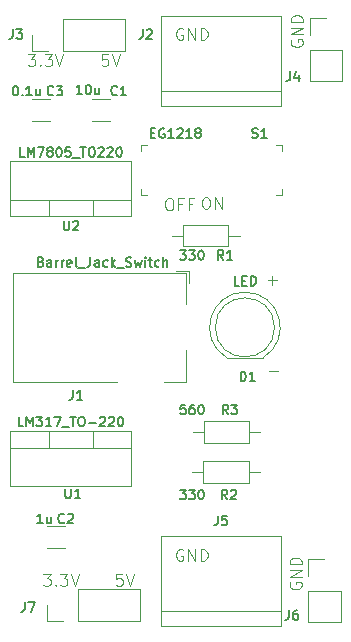
<source format=gbr>
%TF.GenerationSoftware,KiCad,Pcbnew,9.0.2*%
%TF.CreationDate,2025-06-12T21:47:04+05:30*%
%TF.ProjectId,Breadboard power supply,42726561-6462-46f6-9172-6420706f7765,rev?*%
%TF.SameCoordinates,Original*%
%TF.FileFunction,Legend,Top*%
%TF.FilePolarity,Positive*%
%FSLAX46Y46*%
G04 Gerber Fmt 4.6, Leading zero omitted, Abs format (unit mm)*
G04 Created by KiCad (PCBNEW 9.0.2) date 2025-06-12 21:47:04*
%MOMM*%
%LPD*%
G01*
G04 APERTURE LIST*
%ADD10C,0.100000*%
%ADD11C,0.150000*%
%ADD12C,0.120000*%
G04 APERTURE END LIST*
D10*
X145380074Y-65772419D02*
X144903884Y-65772419D01*
X144903884Y-65772419D02*
X144856265Y-66248609D01*
X144856265Y-66248609D02*
X144903884Y-66200990D01*
X144903884Y-66200990D02*
X144999122Y-66153371D01*
X144999122Y-66153371D02*
X145237217Y-66153371D01*
X145237217Y-66153371D02*
X145332455Y-66200990D01*
X145332455Y-66200990D02*
X145380074Y-66248609D01*
X145380074Y-66248609D02*
X145427693Y-66343847D01*
X145427693Y-66343847D02*
X145427693Y-66581942D01*
X145427693Y-66581942D02*
X145380074Y-66677180D01*
X145380074Y-66677180D02*
X145332455Y-66724800D01*
X145332455Y-66724800D02*
X145237217Y-66772419D01*
X145237217Y-66772419D02*
X144999122Y-66772419D01*
X144999122Y-66772419D02*
X144903884Y-66724800D01*
X144903884Y-66724800D02*
X144856265Y-66677180D01*
X145713408Y-65772419D02*
X146046741Y-66772419D01*
X146046741Y-66772419D02*
X146380074Y-65772419D01*
X151727693Y-63620038D02*
X151632455Y-63572419D01*
X151632455Y-63572419D02*
X151489598Y-63572419D01*
X151489598Y-63572419D02*
X151346741Y-63620038D01*
X151346741Y-63620038D02*
X151251503Y-63715276D01*
X151251503Y-63715276D02*
X151203884Y-63810514D01*
X151203884Y-63810514D02*
X151156265Y-64000990D01*
X151156265Y-64000990D02*
X151156265Y-64143847D01*
X151156265Y-64143847D02*
X151203884Y-64334323D01*
X151203884Y-64334323D02*
X151251503Y-64429561D01*
X151251503Y-64429561D02*
X151346741Y-64524800D01*
X151346741Y-64524800D02*
X151489598Y-64572419D01*
X151489598Y-64572419D02*
X151584836Y-64572419D01*
X151584836Y-64572419D02*
X151727693Y-64524800D01*
X151727693Y-64524800D02*
X151775312Y-64477180D01*
X151775312Y-64477180D02*
X151775312Y-64143847D01*
X151775312Y-64143847D02*
X151584836Y-64143847D01*
X152203884Y-64572419D02*
X152203884Y-63572419D01*
X152203884Y-63572419D02*
X152775312Y-64572419D01*
X152775312Y-64572419D02*
X152775312Y-63572419D01*
X153251503Y-64572419D02*
X153251503Y-63572419D01*
X153251503Y-63572419D02*
X153489598Y-63572419D01*
X153489598Y-63572419D02*
X153632455Y-63620038D01*
X153632455Y-63620038D02*
X153727693Y-63715276D01*
X153727693Y-63715276D02*
X153775312Y-63810514D01*
X153775312Y-63810514D02*
X153822931Y-64000990D01*
X153822931Y-64000990D02*
X153822931Y-64143847D01*
X153822931Y-64143847D02*
X153775312Y-64334323D01*
X153775312Y-64334323D02*
X153727693Y-64429561D01*
X153727693Y-64429561D02*
X153632455Y-64524800D01*
X153632455Y-64524800D02*
X153489598Y-64572419D01*
X153489598Y-64572419D02*
X153251503Y-64572419D01*
X139908646Y-109772419D02*
X140527693Y-109772419D01*
X140527693Y-109772419D02*
X140194360Y-110153371D01*
X140194360Y-110153371D02*
X140337217Y-110153371D01*
X140337217Y-110153371D02*
X140432455Y-110200990D01*
X140432455Y-110200990D02*
X140480074Y-110248609D01*
X140480074Y-110248609D02*
X140527693Y-110343847D01*
X140527693Y-110343847D02*
X140527693Y-110581942D01*
X140527693Y-110581942D02*
X140480074Y-110677180D01*
X140480074Y-110677180D02*
X140432455Y-110724800D01*
X140432455Y-110724800D02*
X140337217Y-110772419D01*
X140337217Y-110772419D02*
X140051503Y-110772419D01*
X140051503Y-110772419D02*
X139956265Y-110724800D01*
X139956265Y-110724800D02*
X139908646Y-110677180D01*
X140956265Y-110677180D02*
X141003884Y-110724800D01*
X141003884Y-110724800D02*
X140956265Y-110772419D01*
X140956265Y-110772419D02*
X140908646Y-110724800D01*
X140908646Y-110724800D02*
X140956265Y-110677180D01*
X140956265Y-110677180D02*
X140956265Y-110772419D01*
X141337217Y-109772419D02*
X141956264Y-109772419D01*
X141956264Y-109772419D02*
X141622931Y-110153371D01*
X141622931Y-110153371D02*
X141765788Y-110153371D01*
X141765788Y-110153371D02*
X141861026Y-110200990D01*
X141861026Y-110200990D02*
X141908645Y-110248609D01*
X141908645Y-110248609D02*
X141956264Y-110343847D01*
X141956264Y-110343847D02*
X141956264Y-110581942D01*
X141956264Y-110581942D02*
X141908645Y-110677180D01*
X141908645Y-110677180D02*
X141861026Y-110724800D01*
X141861026Y-110724800D02*
X141765788Y-110772419D01*
X141765788Y-110772419D02*
X141480074Y-110772419D01*
X141480074Y-110772419D02*
X141384836Y-110724800D01*
X141384836Y-110724800D02*
X141337217Y-110677180D01*
X142241979Y-109772419D02*
X142575312Y-110772419D01*
X142575312Y-110772419D02*
X142908645Y-109772419D01*
X138608646Y-65772419D02*
X139227693Y-65772419D01*
X139227693Y-65772419D02*
X138894360Y-66153371D01*
X138894360Y-66153371D02*
X139037217Y-66153371D01*
X139037217Y-66153371D02*
X139132455Y-66200990D01*
X139132455Y-66200990D02*
X139180074Y-66248609D01*
X139180074Y-66248609D02*
X139227693Y-66343847D01*
X139227693Y-66343847D02*
X139227693Y-66581942D01*
X139227693Y-66581942D02*
X139180074Y-66677180D01*
X139180074Y-66677180D02*
X139132455Y-66724800D01*
X139132455Y-66724800D02*
X139037217Y-66772419D01*
X139037217Y-66772419D02*
X138751503Y-66772419D01*
X138751503Y-66772419D02*
X138656265Y-66724800D01*
X138656265Y-66724800D02*
X138608646Y-66677180D01*
X139656265Y-66677180D02*
X139703884Y-66724800D01*
X139703884Y-66724800D02*
X139656265Y-66772419D01*
X139656265Y-66772419D02*
X139608646Y-66724800D01*
X139608646Y-66724800D02*
X139656265Y-66677180D01*
X139656265Y-66677180D02*
X139656265Y-66772419D01*
X140037217Y-65772419D02*
X140656264Y-65772419D01*
X140656264Y-65772419D02*
X140322931Y-66153371D01*
X140322931Y-66153371D02*
X140465788Y-66153371D01*
X140465788Y-66153371D02*
X140561026Y-66200990D01*
X140561026Y-66200990D02*
X140608645Y-66248609D01*
X140608645Y-66248609D02*
X140656264Y-66343847D01*
X140656264Y-66343847D02*
X140656264Y-66581942D01*
X140656264Y-66581942D02*
X140608645Y-66677180D01*
X140608645Y-66677180D02*
X140561026Y-66724800D01*
X140561026Y-66724800D02*
X140465788Y-66772419D01*
X140465788Y-66772419D02*
X140180074Y-66772419D01*
X140180074Y-66772419D02*
X140084836Y-66724800D01*
X140084836Y-66724800D02*
X140037217Y-66677180D01*
X140941979Y-65772419D02*
X141275312Y-66772419D01*
X141275312Y-66772419D02*
X141608645Y-65772419D01*
X150494360Y-77972419D02*
X150684836Y-77972419D01*
X150684836Y-77972419D02*
X150780074Y-78020038D01*
X150780074Y-78020038D02*
X150875312Y-78115276D01*
X150875312Y-78115276D02*
X150922931Y-78305752D01*
X150922931Y-78305752D02*
X150922931Y-78639085D01*
X150922931Y-78639085D02*
X150875312Y-78829561D01*
X150875312Y-78829561D02*
X150780074Y-78924800D01*
X150780074Y-78924800D02*
X150684836Y-78972419D01*
X150684836Y-78972419D02*
X150494360Y-78972419D01*
X150494360Y-78972419D02*
X150399122Y-78924800D01*
X150399122Y-78924800D02*
X150303884Y-78829561D01*
X150303884Y-78829561D02*
X150256265Y-78639085D01*
X150256265Y-78639085D02*
X150256265Y-78305752D01*
X150256265Y-78305752D02*
X150303884Y-78115276D01*
X150303884Y-78115276D02*
X150399122Y-78020038D01*
X150399122Y-78020038D02*
X150494360Y-77972419D01*
X151684836Y-78448609D02*
X151351503Y-78448609D01*
X151351503Y-78972419D02*
X151351503Y-77972419D01*
X151351503Y-77972419D02*
X151827693Y-77972419D01*
X152541979Y-78448609D02*
X152208646Y-78448609D01*
X152208646Y-78972419D02*
X152208646Y-77972419D01*
X152208646Y-77972419D02*
X152684836Y-77972419D01*
X159003884Y-92591466D02*
X159765789Y-92591466D01*
X160920038Y-64572306D02*
X160872419Y-64667544D01*
X160872419Y-64667544D02*
X160872419Y-64810401D01*
X160872419Y-64810401D02*
X160920038Y-64953258D01*
X160920038Y-64953258D02*
X161015276Y-65048496D01*
X161015276Y-65048496D02*
X161110514Y-65096115D01*
X161110514Y-65096115D02*
X161300990Y-65143734D01*
X161300990Y-65143734D02*
X161443847Y-65143734D01*
X161443847Y-65143734D02*
X161634323Y-65096115D01*
X161634323Y-65096115D02*
X161729561Y-65048496D01*
X161729561Y-65048496D02*
X161824800Y-64953258D01*
X161824800Y-64953258D02*
X161872419Y-64810401D01*
X161872419Y-64810401D02*
X161872419Y-64715163D01*
X161872419Y-64715163D02*
X161824800Y-64572306D01*
X161824800Y-64572306D02*
X161777180Y-64524687D01*
X161777180Y-64524687D02*
X161443847Y-64524687D01*
X161443847Y-64524687D02*
X161443847Y-64715163D01*
X161872419Y-64096115D02*
X160872419Y-64096115D01*
X160872419Y-64096115D02*
X161872419Y-63524687D01*
X161872419Y-63524687D02*
X160872419Y-63524687D01*
X161872419Y-63048496D02*
X160872419Y-63048496D01*
X160872419Y-63048496D02*
X160872419Y-62810401D01*
X160872419Y-62810401D02*
X160920038Y-62667544D01*
X160920038Y-62667544D02*
X161015276Y-62572306D01*
X161015276Y-62572306D02*
X161110514Y-62524687D01*
X161110514Y-62524687D02*
X161300990Y-62477068D01*
X161300990Y-62477068D02*
X161443847Y-62477068D01*
X161443847Y-62477068D02*
X161634323Y-62524687D01*
X161634323Y-62524687D02*
X161729561Y-62572306D01*
X161729561Y-62572306D02*
X161824800Y-62667544D01*
X161824800Y-62667544D02*
X161872419Y-62810401D01*
X161872419Y-62810401D02*
X161872419Y-63048496D01*
X153594360Y-77872419D02*
X153784836Y-77872419D01*
X153784836Y-77872419D02*
X153880074Y-77920038D01*
X153880074Y-77920038D02*
X153975312Y-78015276D01*
X153975312Y-78015276D02*
X154022931Y-78205752D01*
X154022931Y-78205752D02*
X154022931Y-78539085D01*
X154022931Y-78539085D02*
X153975312Y-78729561D01*
X153975312Y-78729561D02*
X153880074Y-78824800D01*
X153880074Y-78824800D02*
X153784836Y-78872419D01*
X153784836Y-78872419D02*
X153594360Y-78872419D01*
X153594360Y-78872419D02*
X153499122Y-78824800D01*
X153499122Y-78824800D02*
X153403884Y-78729561D01*
X153403884Y-78729561D02*
X153356265Y-78539085D01*
X153356265Y-78539085D02*
X153356265Y-78205752D01*
X153356265Y-78205752D02*
X153403884Y-78015276D01*
X153403884Y-78015276D02*
X153499122Y-77920038D01*
X153499122Y-77920038D02*
X153594360Y-77872419D01*
X154451503Y-78872419D02*
X154451503Y-77872419D01*
X154451503Y-77872419D02*
X155022931Y-78872419D01*
X155022931Y-78872419D02*
X155022931Y-77872419D01*
X146580074Y-109772419D02*
X146103884Y-109772419D01*
X146103884Y-109772419D02*
X146056265Y-110248609D01*
X146056265Y-110248609D02*
X146103884Y-110200990D01*
X146103884Y-110200990D02*
X146199122Y-110153371D01*
X146199122Y-110153371D02*
X146437217Y-110153371D01*
X146437217Y-110153371D02*
X146532455Y-110200990D01*
X146532455Y-110200990D02*
X146580074Y-110248609D01*
X146580074Y-110248609D02*
X146627693Y-110343847D01*
X146627693Y-110343847D02*
X146627693Y-110581942D01*
X146627693Y-110581942D02*
X146580074Y-110677180D01*
X146580074Y-110677180D02*
X146532455Y-110724800D01*
X146532455Y-110724800D02*
X146437217Y-110772419D01*
X146437217Y-110772419D02*
X146199122Y-110772419D01*
X146199122Y-110772419D02*
X146103884Y-110724800D01*
X146103884Y-110724800D02*
X146056265Y-110677180D01*
X146913408Y-109772419D02*
X147246741Y-110772419D01*
X147246741Y-110772419D02*
X147580074Y-109772419D01*
X158903884Y-84891466D02*
X159665789Y-84891466D01*
X159284836Y-85272419D02*
X159284836Y-84510514D01*
X151727693Y-107720038D02*
X151632455Y-107672419D01*
X151632455Y-107672419D02*
X151489598Y-107672419D01*
X151489598Y-107672419D02*
X151346741Y-107720038D01*
X151346741Y-107720038D02*
X151251503Y-107815276D01*
X151251503Y-107815276D02*
X151203884Y-107910514D01*
X151203884Y-107910514D02*
X151156265Y-108100990D01*
X151156265Y-108100990D02*
X151156265Y-108243847D01*
X151156265Y-108243847D02*
X151203884Y-108434323D01*
X151203884Y-108434323D02*
X151251503Y-108529561D01*
X151251503Y-108529561D02*
X151346741Y-108624800D01*
X151346741Y-108624800D02*
X151489598Y-108672419D01*
X151489598Y-108672419D02*
X151584836Y-108672419D01*
X151584836Y-108672419D02*
X151727693Y-108624800D01*
X151727693Y-108624800D02*
X151775312Y-108577180D01*
X151775312Y-108577180D02*
X151775312Y-108243847D01*
X151775312Y-108243847D02*
X151584836Y-108243847D01*
X152203884Y-108672419D02*
X152203884Y-107672419D01*
X152203884Y-107672419D02*
X152775312Y-108672419D01*
X152775312Y-108672419D02*
X152775312Y-107672419D01*
X153251503Y-108672419D02*
X153251503Y-107672419D01*
X153251503Y-107672419D02*
X153489598Y-107672419D01*
X153489598Y-107672419D02*
X153632455Y-107720038D01*
X153632455Y-107720038D02*
X153727693Y-107815276D01*
X153727693Y-107815276D02*
X153775312Y-107910514D01*
X153775312Y-107910514D02*
X153822931Y-108100990D01*
X153822931Y-108100990D02*
X153822931Y-108243847D01*
X153822931Y-108243847D02*
X153775312Y-108434323D01*
X153775312Y-108434323D02*
X153727693Y-108529561D01*
X153727693Y-108529561D02*
X153632455Y-108624800D01*
X153632455Y-108624800D02*
X153489598Y-108672419D01*
X153489598Y-108672419D02*
X153251503Y-108672419D01*
X160820038Y-110496855D02*
X160772419Y-110592093D01*
X160772419Y-110592093D02*
X160772419Y-110734950D01*
X160772419Y-110734950D02*
X160820038Y-110877807D01*
X160820038Y-110877807D02*
X160915276Y-110973045D01*
X160915276Y-110973045D02*
X161010514Y-111020664D01*
X161010514Y-111020664D02*
X161200990Y-111068283D01*
X161200990Y-111068283D02*
X161343847Y-111068283D01*
X161343847Y-111068283D02*
X161534323Y-111020664D01*
X161534323Y-111020664D02*
X161629561Y-110973045D01*
X161629561Y-110973045D02*
X161724800Y-110877807D01*
X161724800Y-110877807D02*
X161772419Y-110734950D01*
X161772419Y-110734950D02*
X161772419Y-110639712D01*
X161772419Y-110639712D02*
X161724800Y-110496855D01*
X161724800Y-110496855D02*
X161677180Y-110449236D01*
X161677180Y-110449236D02*
X161343847Y-110449236D01*
X161343847Y-110449236D02*
X161343847Y-110639712D01*
X161772419Y-110020664D02*
X160772419Y-110020664D01*
X160772419Y-110020664D02*
X161772419Y-109449236D01*
X161772419Y-109449236D02*
X160772419Y-109449236D01*
X161772419Y-108973045D02*
X160772419Y-108973045D01*
X160772419Y-108973045D02*
X160772419Y-108734950D01*
X160772419Y-108734950D02*
X160820038Y-108592093D01*
X160820038Y-108592093D02*
X160915276Y-108496855D01*
X160915276Y-108496855D02*
X161010514Y-108449236D01*
X161010514Y-108449236D02*
X161200990Y-108401617D01*
X161200990Y-108401617D02*
X161343847Y-108401617D01*
X161343847Y-108401617D02*
X161534323Y-108449236D01*
X161534323Y-108449236D02*
X161629561Y-108496855D01*
X161629561Y-108496855D02*
X161724800Y-108592093D01*
X161724800Y-108592093D02*
X161772419Y-108734950D01*
X161772419Y-108734950D02*
X161772419Y-108973045D01*
D11*
X160800382Y-67237746D02*
X160800382Y-67809174D01*
X160800382Y-67809174D02*
X160762287Y-67923460D01*
X160762287Y-67923460D02*
X160686096Y-67999651D01*
X160686096Y-67999651D02*
X160571811Y-68037746D01*
X160571811Y-68037746D02*
X160495620Y-68037746D01*
X161524192Y-67504412D02*
X161524192Y-68037746D01*
X161333716Y-67199651D02*
X161143239Y-67771079D01*
X161143239Y-67771079D02*
X161638478Y-67771079D01*
X157590475Y-72824200D02*
X157704761Y-72862295D01*
X157704761Y-72862295D02*
X157895237Y-72862295D01*
X157895237Y-72862295D02*
X157971428Y-72824200D01*
X157971428Y-72824200D02*
X158009523Y-72786104D01*
X158009523Y-72786104D02*
X158047618Y-72709914D01*
X158047618Y-72709914D02*
X158047618Y-72633723D01*
X158047618Y-72633723D02*
X158009523Y-72557533D01*
X158009523Y-72557533D02*
X157971428Y-72519438D01*
X157971428Y-72519438D02*
X157895237Y-72481342D01*
X157895237Y-72481342D02*
X157742856Y-72443247D01*
X157742856Y-72443247D02*
X157666666Y-72405152D01*
X157666666Y-72405152D02*
X157628571Y-72367057D01*
X157628571Y-72367057D02*
X157590475Y-72290866D01*
X157590475Y-72290866D02*
X157590475Y-72214676D01*
X157590475Y-72214676D02*
X157628571Y-72138485D01*
X157628571Y-72138485D02*
X157666666Y-72100390D01*
X157666666Y-72100390D02*
X157742856Y-72062295D01*
X157742856Y-72062295D02*
X157933333Y-72062295D01*
X157933333Y-72062295D02*
X158047618Y-72100390D01*
X158809523Y-72862295D02*
X158352380Y-72862295D01*
X158580952Y-72862295D02*
X158580952Y-72062295D01*
X158580952Y-72062295D02*
X158504761Y-72176580D01*
X158504761Y-72176580D02*
X158428571Y-72252771D01*
X158428571Y-72252771D02*
X158352380Y-72290866D01*
X149004761Y-72443247D02*
X149271427Y-72443247D01*
X149385713Y-72862295D02*
X149004761Y-72862295D01*
X149004761Y-72862295D02*
X149004761Y-72062295D01*
X149004761Y-72062295D02*
X149385713Y-72062295D01*
X150147618Y-72100390D02*
X150071428Y-72062295D01*
X150071428Y-72062295D02*
X149957142Y-72062295D01*
X149957142Y-72062295D02*
X149842856Y-72100390D01*
X149842856Y-72100390D02*
X149766666Y-72176580D01*
X149766666Y-72176580D02*
X149728571Y-72252771D01*
X149728571Y-72252771D02*
X149690475Y-72405152D01*
X149690475Y-72405152D02*
X149690475Y-72519438D01*
X149690475Y-72519438D02*
X149728571Y-72671819D01*
X149728571Y-72671819D02*
X149766666Y-72748009D01*
X149766666Y-72748009D02*
X149842856Y-72824200D01*
X149842856Y-72824200D02*
X149957142Y-72862295D01*
X149957142Y-72862295D02*
X150033333Y-72862295D01*
X150033333Y-72862295D02*
X150147618Y-72824200D01*
X150147618Y-72824200D02*
X150185714Y-72786104D01*
X150185714Y-72786104D02*
X150185714Y-72519438D01*
X150185714Y-72519438D02*
X150033333Y-72519438D01*
X150947618Y-72862295D02*
X150490475Y-72862295D01*
X150719047Y-72862295D02*
X150719047Y-72062295D01*
X150719047Y-72062295D02*
X150642856Y-72176580D01*
X150642856Y-72176580D02*
X150566666Y-72252771D01*
X150566666Y-72252771D02*
X150490475Y-72290866D01*
X151252380Y-72138485D02*
X151290476Y-72100390D01*
X151290476Y-72100390D02*
X151366666Y-72062295D01*
X151366666Y-72062295D02*
X151557142Y-72062295D01*
X151557142Y-72062295D02*
X151633333Y-72100390D01*
X151633333Y-72100390D02*
X151671428Y-72138485D01*
X151671428Y-72138485D02*
X151709523Y-72214676D01*
X151709523Y-72214676D02*
X151709523Y-72290866D01*
X151709523Y-72290866D02*
X151671428Y-72405152D01*
X151671428Y-72405152D02*
X151214285Y-72862295D01*
X151214285Y-72862295D02*
X151709523Y-72862295D01*
X152471428Y-72862295D02*
X152014285Y-72862295D01*
X152242857Y-72862295D02*
X152242857Y-72062295D01*
X152242857Y-72062295D02*
X152166666Y-72176580D01*
X152166666Y-72176580D02*
X152090476Y-72252771D01*
X152090476Y-72252771D02*
X152014285Y-72290866D01*
X152928571Y-72405152D02*
X152852381Y-72367057D01*
X152852381Y-72367057D02*
X152814286Y-72328961D01*
X152814286Y-72328961D02*
X152776190Y-72252771D01*
X152776190Y-72252771D02*
X152776190Y-72214676D01*
X152776190Y-72214676D02*
X152814286Y-72138485D01*
X152814286Y-72138485D02*
X152852381Y-72100390D01*
X152852381Y-72100390D02*
X152928571Y-72062295D01*
X152928571Y-72062295D02*
X153080952Y-72062295D01*
X153080952Y-72062295D02*
X153157143Y-72100390D01*
X153157143Y-72100390D02*
X153195238Y-72138485D01*
X153195238Y-72138485D02*
X153233333Y-72214676D01*
X153233333Y-72214676D02*
X153233333Y-72252771D01*
X153233333Y-72252771D02*
X153195238Y-72328961D01*
X153195238Y-72328961D02*
X153157143Y-72367057D01*
X153157143Y-72367057D02*
X153080952Y-72405152D01*
X153080952Y-72405152D02*
X152928571Y-72405152D01*
X152928571Y-72405152D02*
X152852381Y-72443247D01*
X152852381Y-72443247D02*
X152814286Y-72481342D01*
X152814286Y-72481342D02*
X152776190Y-72557533D01*
X152776190Y-72557533D02*
X152776190Y-72709914D01*
X152776190Y-72709914D02*
X152814286Y-72786104D01*
X152814286Y-72786104D02*
X152852381Y-72824200D01*
X152852381Y-72824200D02*
X152928571Y-72862295D01*
X152928571Y-72862295D02*
X153080952Y-72862295D01*
X153080952Y-72862295D02*
X153157143Y-72824200D01*
X153157143Y-72824200D02*
X153195238Y-72786104D01*
X153195238Y-72786104D02*
X153233333Y-72709914D01*
X153233333Y-72709914D02*
X153233333Y-72557533D01*
X153233333Y-72557533D02*
X153195238Y-72481342D01*
X153195238Y-72481342D02*
X153157143Y-72443247D01*
X153157143Y-72443247D02*
X153080952Y-72405152D01*
X154673333Y-104856844D02*
X154673333Y-105428272D01*
X154673333Y-105428272D02*
X154635238Y-105542558D01*
X154635238Y-105542558D02*
X154559047Y-105618749D01*
X154559047Y-105618749D02*
X154444762Y-105656844D01*
X154444762Y-105656844D02*
X154368571Y-105656844D01*
X155435238Y-104856844D02*
X155054286Y-104856844D01*
X155054286Y-104856844D02*
X155016190Y-105237796D01*
X155016190Y-105237796D02*
X155054286Y-105199701D01*
X155054286Y-105199701D02*
X155130476Y-105161606D01*
X155130476Y-105161606D02*
X155320952Y-105161606D01*
X155320952Y-105161606D02*
X155397143Y-105199701D01*
X155397143Y-105199701D02*
X155435238Y-105237796D01*
X155435238Y-105237796D02*
X155473333Y-105313987D01*
X155473333Y-105313987D02*
X155473333Y-105504463D01*
X155473333Y-105504463D02*
X155435238Y-105580653D01*
X155435238Y-105580653D02*
X155397143Y-105618749D01*
X155397143Y-105618749D02*
X155320952Y-105656844D01*
X155320952Y-105656844D02*
X155130476Y-105656844D01*
X155130476Y-105656844D02*
X155054286Y-105618749D01*
X155054286Y-105618749D02*
X155016190Y-105580653D01*
X141630476Y-79862295D02*
X141630476Y-80509914D01*
X141630476Y-80509914D02*
X141668571Y-80586104D01*
X141668571Y-80586104D02*
X141706666Y-80624200D01*
X141706666Y-80624200D02*
X141782857Y-80662295D01*
X141782857Y-80662295D02*
X141935238Y-80662295D01*
X141935238Y-80662295D02*
X142011428Y-80624200D01*
X142011428Y-80624200D02*
X142049523Y-80586104D01*
X142049523Y-80586104D02*
X142087619Y-80509914D01*
X142087619Y-80509914D02*
X142087619Y-79862295D01*
X142430475Y-79938485D02*
X142468571Y-79900390D01*
X142468571Y-79900390D02*
X142544761Y-79862295D01*
X142544761Y-79862295D02*
X142735237Y-79862295D01*
X142735237Y-79862295D02*
X142811428Y-79900390D01*
X142811428Y-79900390D02*
X142849523Y-79938485D01*
X142849523Y-79938485D02*
X142887618Y-80014676D01*
X142887618Y-80014676D02*
X142887618Y-80090866D01*
X142887618Y-80090866D02*
X142849523Y-80205152D01*
X142849523Y-80205152D02*
X142392380Y-80662295D01*
X142392380Y-80662295D02*
X142887618Y-80662295D01*
X138335237Y-74462295D02*
X137954285Y-74462295D01*
X137954285Y-74462295D02*
X137954285Y-73662295D01*
X138601904Y-74462295D02*
X138601904Y-73662295D01*
X138601904Y-73662295D02*
X138868570Y-74233723D01*
X138868570Y-74233723D02*
X139135237Y-73662295D01*
X139135237Y-73662295D02*
X139135237Y-74462295D01*
X139439999Y-73662295D02*
X139973333Y-73662295D01*
X139973333Y-73662295D02*
X139630475Y-74462295D01*
X140392380Y-74005152D02*
X140316190Y-73967057D01*
X140316190Y-73967057D02*
X140278095Y-73928961D01*
X140278095Y-73928961D02*
X140239999Y-73852771D01*
X140239999Y-73852771D02*
X140239999Y-73814676D01*
X140239999Y-73814676D02*
X140278095Y-73738485D01*
X140278095Y-73738485D02*
X140316190Y-73700390D01*
X140316190Y-73700390D02*
X140392380Y-73662295D01*
X140392380Y-73662295D02*
X140544761Y-73662295D01*
X140544761Y-73662295D02*
X140620952Y-73700390D01*
X140620952Y-73700390D02*
X140659047Y-73738485D01*
X140659047Y-73738485D02*
X140697142Y-73814676D01*
X140697142Y-73814676D02*
X140697142Y-73852771D01*
X140697142Y-73852771D02*
X140659047Y-73928961D01*
X140659047Y-73928961D02*
X140620952Y-73967057D01*
X140620952Y-73967057D02*
X140544761Y-74005152D01*
X140544761Y-74005152D02*
X140392380Y-74005152D01*
X140392380Y-74005152D02*
X140316190Y-74043247D01*
X140316190Y-74043247D02*
X140278095Y-74081342D01*
X140278095Y-74081342D02*
X140239999Y-74157533D01*
X140239999Y-74157533D02*
X140239999Y-74309914D01*
X140239999Y-74309914D02*
X140278095Y-74386104D01*
X140278095Y-74386104D02*
X140316190Y-74424200D01*
X140316190Y-74424200D02*
X140392380Y-74462295D01*
X140392380Y-74462295D02*
X140544761Y-74462295D01*
X140544761Y-74462295D02*
X140620952Y-74424200D01*
X140620952Y-74424200D02*
X140659047Y-74386104D01*
X140659047Y-74386104D02*
X140697142Y-74309914D01*
X140697142Y-74309914D02*
X140697142Y-74157533D01*
X140697142Y-74157533D02*
X140659047Y-74081342D01*
X140659047Y-74081342D02*
X140620952Y-74043247D01*
X140620952Y-74043247D02*
X140544761Y-74005152D01*
X141192381Y-73662295D02*
X141268571Y-73662295D01*
X141268571Y-73662295D02*
X141344762Y-73700390D01*
X141344762Y-73700390D02*
X141382857Y-73738485D01*
X141382857Y-73738485D02*
X141420952Y-73814676D01*
X141420952Y-73814676D02*
X141459047Y-73967057D01*
X141459047Y-73967057D02*
X141459047Y-74157533D01*
X141459047Y-74157533D02*
X141420952Y-74309914D01*
X141420952Y-74309914D02*
X141382857Y-74386104D01*
X141382857Y-74386104D02*
X141344762Y-74424200D01*
X141344762Y-74424200D02*
X141268571Y-74462295D01*
X141268571Y-74462295D02*
X141192381Y-74462295D01*
X141192381Y-74462295D02*
X141116190Y-74424200D01*
X141116190Y-74424200D02*
X141078095Y-74386104D01*
X141078095Y-74386104D02*
X141040000Y-74309914D01*
X141040000Y-74309914D02*
X141001904Y-74157533D01*
X141001904Y-74157533D02*
X141001904Y-73967057D01*
X141001904Y-73967057D02*
X141040000Y-73814676D01*
X141040000Y-73814676D02*
X141078095Y-73738485D01*
X141078095Y-73738485D02*
X141116190Y-73700390D01*
X141116190Y-73700390D02*
X141192381Y-73662295D01*
X142182857Y-73662295D02*
X141801905Y-73662295D01*
X141801905Y-73662295D02*
X141763809Y-74043247D01*
X141763809Y-74043247D02*
X141801905Y-74005152D01*
X141801905Y-74005152D02*
X141878095Y-73967057D01*
X141878095Y-73967057D02*
X142068571Y-73967057D01*
X142068571Y-73967057D02*
X142144762Y-74005152D01*
X142144762Y-74005152D02*
X142182857Y-74043247D01*
X142182857Y-74043247D02*
X142220952Y-74119438D01*
X142220952Y-74119438D02*
X142220952Y-74309914D01*
X142220952Y-74309914D02*
X142182857Y-74386104D01*
X142182857Y-74386104D02*
X142144762Y-74424200D01*
X142144762Y-74424200D02*
X142068571Y-74462295D01*
X142068571Y-74462295D02*
X141878095Y-74462295D01*
X141878095Y-74462295D02*
X141801905Y-74424200D01*
X141801905Y-74424200D02*
X141763809Y-74386104D01*
X142373334Y-74538485D02*
X142982857Y-74538485D01*
X143059048Y-73662295D02*
X143516191Y-73662295D01*
X143287619Y-74462295D02*
X143287619Y-73662295D01*
X143935239Y-73662295D02*
X144087620Y-73662295D01*
X144087620Y-73662295D02*
X144163810Y-73700390D01*
X144163810Y-73700390D02*
X144240001Y-73776580D01*
X144240001Y-73776580D02*
X144278096Y-73928961D01*
X144278096Y-73928961D02*
X144278096Y-74195628D01*
X144278096Y-74195628D02*
X144240001Y-74348009D01*
X144240001Y-74348009D02*
X144163810Y-74424200D01*
X144163810Y-74424200D02*
X144087620Y-74462295D01*
X144087620Y-74462295D02*
X143935239Y-74462295D01*
X143935239Y-74462295D02*
X143859048Y-74424200D01*
X143859048Y-74424200D02*
X143782858Y-74348009D01*
X143782858Y-74348009D02*
X143744762Y-74195628D01*
X143744762Y-74195628D02*
X143744762Y-73928961D01*
X143744762Y-73928961D02*
X143782858Y-73776580D01*
X143782858Y-73776580D02*
X143859048Y-73700390D01*
X143859048Y-73700390D02*
X143935239Y-73662295D01*
X144582857Y-73738485D02*
X144620953Y-73700390D01*
X144620953Y-73700390D02*
X144697143Y-73662295D01*
X144697143Y-73662295D02*
X144887619Y-73662295D01*
X144887619Y-73662295D02*
X144963810Y-73700390D01*
X144963810Y-73700390D02*
X145001905Y-73738485D01*
X145001905Y-73738485D02*
X145040000Y-73814676D01*
X145040000Y-73814676D02*
X145040000Y-73890866D01*
X145040000Y-73890866D02*
X145001905Y-74005152D01*
X145001905Y-74005152D02*
X144544762Y-74462295D01*
X144544762Y-74462295D02*
X145040000Y-74462295D01*
X145344762Y-73738485D02*
X145382858Y-73700390D01*
X145382858Y-73700390D02*
X145459048Y-73662295D01*
X145459048Y-73662295D02*
X145649524Y-73662295D01*
X145649524Y-73662295D02*
X145725715Y-73700390D01*
X145725715Y-73700390D02*
X145763810Y-73738485D01*
X145763810Y-73738485D02*
X145801905Y-73814676D01*
X145801905Y-73814676D02*
X145801905Y-73890866D01*
X145801905Y-73890866D02*
X145763810Y-74005152D01*
X145763810Y-74005152D02*
X145306667Y-74462295D01*
X145306667Y-74462295D02*
X145801905Y-74462295D01*
X146297144Y-73662295D02*
X146373334Y-73662295D01*
X146373334Y-73662295D02*
X146449525Y-73700390D01*
X146449525Y-73700390D02*
X146487620Y-73738485D01*
X146487620Y-73738485D02*
X146525715Y-73814676D01*
X146525715Y-73814676D02*
X146563810Y-73967057D01*
X146563810Y-73967057D02*
X146563810Y-74157533D01*
X146563810Y-74157533D02*
X146525715Y-74309914D01*
X146525715Y-74309914D02*
X146487620Y-74386104D01*
X146487620Y-74386104D02*
X146449525Y-74424200D01*
X146449525Y-74424200D02*
X146373334Y-74462295D01*
X146373334Y-74462295D02*
X146297144Y-74462295D01*
X146297144Y-74462295D02*
X146220953Y-74424200D01*
X146220953Y-74424200D02*
X146182858Y-74386104D01*
X146182858Y-74386104D02*
X146144763Y-74309914D01*
X146144763Y-74309914D02*
X146106667Y-74157533D01*
X146106667Y-74157533D02*
X146106667Y-73967057D01*
X146106667Y-73967057D02*
X146144763Y-73814676D01*
X146144763Y-73814676D02*
X146182858Y-73738485D01*
X146182858Y-73738485D02*
X146220953Y-73700390D01*
X146220953Y-73700390D02*
X146297144Y-73662295D01*
X141666667Y-105386104D02*
X141628571Y-105424200D01*
X141628571Y-105424200D02*
X141514286Y-105462295D01*
X141514286Y-105462295D02*
X141438095Y-105462295D01*
X141438095Y-105462295D02*
X141323809Y-105424200D01*
X141323809Y-105424200D02*
X141247619Y-105348009D01*
X141247619Y-105348009D02*
X141209524Y-105271819D01*
X141209524Y-105271819D02*
X141171428Y-105119438D01*
X141171428Y-105119438D02*
X141171428Y-105005152D01*
X141171428Y-105005152D02*
X141209524Y-104852771D01*
X141209524Y-104852771D02*
X141247619Y-104776580D01*
X141247619Y-104776580D02*
X141323809Y-104700390D01*
X141323809Y-104700390D02*
X141438095Y-104662295D01*
X141438095Y-104662295D02*
X141514286Y-104662295D01*
X141514286Y-104662295D02*
X141628571Y-104700390D01*
X141628571Y-104700390D02*
X141666667Y-104738485D01*
X141971428Y-104738485D02*
X142009524Y-104700390D01*
X142009524Y-104700390D02*
X142085714Y-104662295D01*
X142085714Y-104662295D02*
X142276190Y-104662295D01*
X142276190Y-104662295D02*
X142352381Y-104700390D01*
X142352381Y-104700390D02*
X142390476Y-104738485D01*
X142390476Y-104738485D02*
X142428571Y-104814676D01*
X142428571Y-104814676D02*
X142428571Y-104890866D01*
X142428571Y-104890866D02*
X142390476Y-105005152D01*
X142390476Y-105005152D02*
X141933333Y-105462295D01*
X141933333Y-105462295D02*
X142428571Y-105462295D01*
X139866666Y-105462295D02*
X139409523Y-105462295D01*
X139638095Y-105462295D02*
X139638095Y-104662295D01*
X139638095Y-104662295D02*
X139561904Y-104776580D01*
X139561904Y-104776580D02*
X139485714Y-104852771D01*
X139485714Y-104852771D02*
X139409523Y-104890866D01*
X140552381Y-104928961D02*
X140552381Y-105462295D01*
X140209524Y-104928961D02*
X140209524Y-105348009D01*
X140209524Y-105348009D02*
X140247619Y-105424200D01*
X140247619Y-105424200D02*
X140323809Y-105462295D01*
X140323809Y-105462295D02*
X140438095Y-105462295D01*
X140438095Y-105462295D02*
X140514286Y-105424200D01*
X140514286Y-105424200D02*
X140552381Y-105386104D01*
X146166667Y-69186104D02*
X146128571Y-69224200D01*
X146128571Y-69224200D02*
X146014286Y-69262295D01*
X146014286Y-69262295D02*
X145938095Y-69262295D01*
X145938095Y-69262295D02*
X145823809Y-69224200D01*
X145823809Y-69224200D02*
X145747619Y-69148009D01*
X145747619Y-69148009D02*
X145709524Y-69071819D01*
X145709524Y-69071819D02*
X145671428Y-68919438D01*
X145671428Y-68919438D02*
X145671428Y-68805152D01*
X145671428Y-68805152D02*
X145709524Y-68652771D01*
X145709524Y-68652771D02*
X145747619Y-68576580D01*
X145747619Y-68576580D02*
X145823809Y-68500390D01*
X145823809Y-68500390D02*
X145938095Y-68462295D01*
X145938095Y-68462295D02*
X146014286Y-68462295D01*
X146014286Y-68462295D02*
X146128571Y-68500390D01*
X146128571Y-68500390D02*
X146166667Y-68538485D01*
X146928571Y-69262295D02*
X146471428Y-69262295D01*
X146700000Y-69262295D02*
X146700000Y-68462295D01*
X146700000Y-68462295D02*
X146623809Y-68576580D01*
X146623809Y-68576580D02*
X146547619Y-68652771D01*
X146547619Y-68652771D02*
X146471428Y-68690866D01*
X143185713Y-69162295D02*
X142728570Y-69162295D01*
X142957142Y-69162295D02*
X142957142Y-68362295D01*
X142957142Y-68362295D02*
X142880951Y-68476580D01*
X142880951Y-68476580D02*
X142804761Y-68552771D01*
X142804761Y-68552771D02*
X142728570Y-68590866D01*
X143680952Y-68362295D02*
X143757142Y-68362295D01*
X143757142Y-68362295D02*
X143833333Y-68400390D01*
X143833333Y-68400390D02*
X143871428Y-68438485D01*
X143871428Y-68438485D02*
X143909523Y-68514676D01*
X143909523Y-68514676D02*
X143947618Y-68667057D01*
X143947618Y-68667057D02*
X143947618Y-68857533D01*
X143947618Y-68857533D02*
X143909523Y-69009914D01*
X143909523Y-69009914D02*
X143871428Y-69086104D01*
X143871428Y-69086104D02*
X143833333Y-69124200D01*
X143833333Y-69124200D02*
X143757142Y-69162295D01*
X143757142Y-69162295D02*
X143680952Y-69162295D01*
X143680952Y-69162295D02*
X143604761Y-69124200D01*
X143604761Y-69124200D02*
X143566666Y-69086104D01*
X143566666Y-69086104D02*
X143528571Y-69009914D01*
X143528571Y-69009914D02*
X143490475Y-68857533D01*
X143490475Y-68857533D02*
X143490475Y-68667057D01*
X143490475Y-68667057D02*
X143528571Y-68514676D01*
X143528571Y-68514676D02*
X143566666Y-68438485D01*
X143566666Y-68438485D02*
X143604761Y-68400390D01*
X143604761Y-68400390D02*
X143680952Y-68362295D01*
X144633333Y-68628961D02*
X144633333Y-69162295D01*
X144290476Y-68628961D02*
X144290476Y-69048009D01*
X144290476Y-69048009D02*
X144328571Y-69124200D01*
X144328571Y-69124200D02*
X144404761Y-69162295D01*
X144404761Y-69162295D02*
X144519047Y-69162295D01*
X144519047Y-69162295D02*
X144595238Y-69124200D01*
X144595238Y-69124200D02*
X144633333Y-69086104D01*
X155466667Y-103462295D02*
X155200000Y-103081342D01*
X155009524Y-103462295D02*
X155009524Y-102662295D01*
X155009524Y-102662295D02*
X155314286Y-102662295D01*
X155314286Y-102662295D02*
X155390476Y-102700390D01*
X155390476Y-102700390D02*
X155428571Y-102738485D01*
X155428571Y-102738485D02*
X155466667Y-102814676D01*
X155466667Y-102814676D02*
X155466667Y-102928961D01*
X155466667Y-102928961D02*
X155428571Y-103005152D01*
X155428571Y-103005152D02*
X155390476Y-103043247D01*
X155390476Y-103043247D02*
X155314286Y-103081342D01*
X155314286Y-103081342D02*
X155009524Y-103081342D01*
X155771428Y-102738485D02*
X155809524Y-102700390D01*
X155809524Y-102700390D02*
X155885714Y-102662295D01*
X155885714Y-102662295D02*
X156076190Y-102662295D01*
X156076190Y-102662295D02*
X156152381Y-102700390D01*
X156152381Y-102700390D02*
X156190476Y-102738485D01*
X156190476Y-102738485D02*
X156228571Y-102814676D01*
X156228571Y-102814676D02*
X156228571Y-102890866D01*
X156228571Y-102890866D02*
X156190476Y-103005152D01*
X156190476Y-103005152D02*
X155733333Y-103462295D01*
X155733333Y-103462295D02*
X156228571Y-103462295D01*
X151471428Y-102662295D02*
X151966666Y-102662295D01*
X151966666Y-102662295D02*
X151700000Y-102967057D01*
X151700000Y-102967057D02*
X151814285Y-102967057D01*
X151814285Y-102967057D02*
X151890476Y-103005152D01*
X151890476Y-103005152D02*
X151928571Y-103043247D01*
X151928571Y-103043247D02*
X151966666Y-103119438D01*
X151966666Y-103119438D02*
X151966666Y-103309914D01*
X151966666Y-103309914D02*
X151928571Y-103386104D01*
X151928571Y-103386104D02*
X151890476Y-103424200D01*
X151890476Y-103424200D02*
X151814285Y-103462295D01*
X151814285Y-103462295D02*
X151585714Y-103462295D01*
X151585714Y-103462295D02*
X151509523Y-103424200D01*
X151509523Y-103424200D02*
X151471428Y-103386104D01*
X152233333Y-102662295D02*
X152728571Y-102662295D01*
X152728571Y-102662295D02*
X152461905Y-102967057D01*
X152461905Y-102967057D02*
X152576190Y-102967057D01*
X152576190Y-102967057D02*
X152652381Y-103005152D01*
X152652381Y-103005152D02*
X152690476Y-103043247D01*
X152690476Y-103043247D02*
X152728571Y-103119438D01*
X152728571Y-103119438D02*
X152728571Y-103309914D01*
X152728571Y-103309914D02*
X152690476Y-103386104D01*
X152690476Y-103386104D02*
X152652381Y-103424200D01*
X152652381Y-103424200D02*
X152576190Y-103462295D01*
X152576190Y-103462295D02*
X152347619Y-103462295D01*
X152347619Y-103462295D02*
X152271428Y-103424200D01*
X152271428Y-103424200D02*
X152233333Y-103386104D01*
X153223810Y-102662295D02*
X153300000Y-102662295D01*
X153300000Y-102662295D02*
X153376191Y-102700390D01*
X153376191Y-102700390D02*
X153414286Y-102738485D01*
X153414286Y-102738485D02*
X153452381Y-102814676D01*
X153452381Y-102814676D02*
X153490476Y-102967057D01*
X153490476Y-102967057D02*
X153490476Y-103157533D01*
X153490476Y-103157533D02*
X153452381Y-103309914D01*
X153452381Y-103309914D02*
X153414286Y-103386104D01*
X153414286Y-103386104D02*
X153376191Y-103424200D01*
X153376191Y-103424200D02*
X153300000Y-103462295D01*
X153300000Y-103462295D02*
X153223810Y-103462295D01*
X153223810Y-103462295D02*
X153147619Y-103424200D01*
X153147619Y-103424200D02*
X153109524Y-103386104D01*
X153109524Y-103386104D02*
X153071429Y-103309914D01*
X153071429Y-103309914D02*
X153033333Y-103157533D01*
X153033333Y-103157533D02*
X153033333Y-102967057D01*
X153033333Y-102967057D02*
X153071429Y-102814676D01*
X153071429Y-102814676D02*
X153109524Y-102738485D01*
X153109524Y-102738485D02*
X153147619Y-102700390D01*
X153147619Y-102700390D02*
X153223810Y-102662295D01*
X142413333Y-94212295D02*
X142413333Y-94783723D01*
X142413333Y-94783723D02*
X142375238Y-94898009D01*
X142375238Y-94898009D02*
X142299047Y-94974200D01*
X142299047Y-94974200D02*
X142184762Y-95012295D01*
X142184762Y-95012295D02*
X142108571Y-95012295D01*
X143213333Y-95012295D02*
X142756190Y-95012295D01*
X142984762Y-95012295D02*
X142984762Y-94212295D01*
X142984762Y-94212295D02*
X142908571Y-94326580D01*
X142908571Y-94326580D02*
X142832381Y-94402771D01*
X142832381Y-94402771D02*
X142756190Y-94440866D01*
X139710951Y-83343247D02*
X139825237Y-83381342D01*
X139825237Y-83381342D02*
X139863332Y-83419438D01*
X139863332Y-83419438D02*
X139901428Y-83495628D01*
X139901428Y-83495628D02*
X139901428Y-83609914D01*
X139901428Y-83609914D02*
X139863332Y-83686104D01*
X139863332Y-83686104D02*
X139825237Y-83724200D01*
X139825237Y-83724200D02*
X139749047Y-83762295D01*
X139749047Y-83762295D02*
X139444285Y-83762295D01*
X139444285Y-83762295D02*
X139444285Y-82962295D01*
X139444285Y-82962295D02*
X139710951Y-82962295D01*
X139710951Y-82962295D02*
X139787142Y-83000390D01*
X139787142Y-83000390D02*
X139825237Y-83038485D01*
X139825237Y-83038485D02*
X139863332Y-83114676D01*
X139863332Y-83114676D02*
X139863332Y-83190866D01*
X139863332Y-83190866D02*
X139825237Y-83267057D01*
X139825237Y-83267057D02*
X139787142Y-83305152D01*
X139787142Y-83305152D02*
X139710951Y-83343247D01*
X139710951Y-83343247D02*
X139444285Y-83343247D01*
X140587142Y-83762295D02*
X140587142Y-83343247D01*
X140587142Y-83343247D02*
X140549047Y-83267057D01*
X140549047Y-83267057D02*
X140472856Y-83228961D01*
X140472856Y-83228961D02*
X140320475Y-83228961D01*
X140320475Y-83228961D02*
X140244285Y-83267057D01*
X140587142Y-83724200D02*
X140510951Y-83762295D01*
X140510951Y-83762295D02*
X140320475Y-83762295D01*
X140320475Y-83762295D02*
X140244285Y-83724200D01*
X140244285Y-83724200D02*
X140206189Y-83648009D01*
X140206189Y-83648009D02*
X140206189Y-83571819D01*
X140206189Y-83571819D02*
X140244285Y-83495628D01*
X140244285Y-83495628D02*
X140320475Y-83457533D01*
X140320475Y-83457533D02*
X140510951Y-83457533D01*
X140510951Y-83457533D02*
X140587142Y-83419438D01*
X140968095Y-83762295D02*
X140968095Y-83228961D01*
X140968095Y-83381342D02*
X141006190Y-83305152D01*
X141006190Y-83305152D02*
X141044285Y-83267057D01*
X141044285Y-83267057D02*
X141120476Y-83228961D01*
X141120476Y-83228961D02*
X141196666Y-83228961D01*
X141463333Y-83762295D02*
X141463333Y-83228961D01*
X141463333Y-83381342D02*
X141501428Y-83305152D01*
X141501428Y-83305152D02*
X141539523Y-83267057D01*
X141539523Y-83267057D02*
X141615714Y-83228961D01*
X141615714Y-83228961D02*
X141691904Y-83228961D01*
X142263333Y-83724200D02*
X142187142Y-83762295D01*
X142187142Y-83762295D02*
X142034761Y-83762295D01*
X142034761Y-83762295D02*
X141958571Y-83724200D01*
X141958571Y-83724200D02*
X141920475Y-83648009D01*
X141920475Y-83648009D02*
X141920475Y-83343247D01*
X141920475Y-83343247D02*
X141958571Y-83267057D01*
X141958571Y-83267057D02*
X142034761Y-83228961D01*
X142034761Y-83228961D02*
X142187142Y-83228961D01*
X142187142Y-83228961D02*
X142263333Y-83267057D01*
X142263333Y-83267057D02*
X142301428Y-83343247D01*
X142301428Y-83343247D02*
X142301428Y-83419438D01*
X142301428Y-83419438D02*
X141920475Y-83495628D01*
X142758570Y-83762295D02*
X142682380Y-83724200D01*
X142682380Y-83724200D02*
X142644285Y-83648009D01*
X142644285Y-83648009D02*
X142644285Y-82962295D01*
X142872857Y-83838485D02*
X143482380Y-83838485D01*
X143901428Y-82962295D02*
X143901428Y-83533723D01*
X143901428Y-83533723D02*
X143863333Y-83648009D01*
X143863333Y-83648009D02*
X143787142Y-83724200D01*
X143787142Y-83724200D02*
X143672857Y-83762295D01*
X143672857Y-83762295D02*
X143596666Y-83762295D01*
X144625238Y-83762295D02*
X144625238Y-83343247D01*
X144625238Y-83343247D02*
X144587143Y-83267057D01*
X144587143Y-83267057D02*
X144510952Y-83228961D01*
X144510952Y-83228961D02*
X144358571Y-83228961D01*
X144358571Y-83228961D02*
X144282381Y-83267057D01*
X144625238Y-83724200D02*
X144549047Y-83762295D01*
X144549047Y-83762295D02*
X144358571Y-83762295D01*
X144358571Y-83762295D02*
X144282381Y-83724200D01*
X144282381Y-83724200D02*
X144244285Y-83648009D01*
X144244285Y-83648009D02*
X144244285Y-83571819D01*
X144244285Y-83571819D02*
X144282381Y-83495628D01*
X144282381Y-83495628D02*
X144358571Y-83457533D01*
X144358571Y-83457533D02*
X144549047Y-83457533D01*
X144549047Y-83457533D02*
X144625238Y-83419438D01*
X145349048Y-83724200D02*
X145272857Y-83762295D01*
X145272857Y-83762295D02*
X145120476Y-83762295D01*
X145120476Y-83762295D02*
X145044286Y-83724200D01*
X145044286Y-83724200D02*
X145006191Y-83686104D01*
X145006191Y-83686104D02*
X144968095Y-83609914D01*
X144968095Y-83609914D02*
X144968095Y-83381342D01*
X144968095Y-83381342D02*
X145006191Y-83305152D01*
X145006191Y-83305152D02*
X145044286Y-83267057D01*
X145044286Y-83267057D02*
X145120476Y-83228961D01*
X145120476Y-83228961D02*
X145272857Y-83228961D01*
X145272857Y-83228961D02*
X145349048Y-83267057D01*
X145691905Y-83762295D02*
X145691905Y-82962295D01*
X145768095Y-83457533D02*
X145996667Y-83762295D01*
X145996667Y-83228961D02*
X145691905Y-83533723D01*
X146149048Y-83838485D02*
X146758571Y-83838485D01*
X146910952Y-83724200D02*
X147025238Y-83762295D01*
X147025238Y-83762295D02*
X147215714Y-83762295D01*
X147215714Y-83762295D02*
X147291905Y-83724200D01*
X147291905Y-83724200D02*
X147330000Y-83686104D01*
X147330000Y-83686104D02*
X147368095Y-83609914D01*
X147368095Y-83609914D02*
X147368095Y-83533723D01*
X147368095Y-83533723D02*
X147330000Y-83457533D01*
X147330000Y-83457533D02*
X147291905Y-83419438D01*
X147291905Y-83419438D02*
X147215714Y-83381342D01*
X147215714Y-83381342D02*
X147063333Y-83343247D01*
X147063333Y-83343247D02*
X146987143Y-83305152D01*
X146987143Y-83305152D02*
X146949048Y-83267057D01*
X146949048Y-83267057D02*
X146910952Y-83190866D01*
X146910952Y-83190866D02*
X146910952Y-83114676D01*
X146910952Y-83114676D02*
X146949048Y-83038485D01*
X146949048Y-83038485D02*
X146987143Y-83000390D01*
X146987143Y-83000390D02*
X147063333Y-82962295D01*
X147063333Y-82962295D02*
X147253810Y-82962295D01*
X147253810Y-82962295D02*
X147368095Y-83000390D01*
X147634762Y-83228961D02*
X147787143Y-83762295D01*
X147787143Y-83762295D02*
X147939524Y-83381342D01*
X147939524Y-83381342D02*
X148091905Y-83762295D01*
X148091905Y-83762295D02*
X148244286Y-83228961D01*
X148549048Y-83762295D02*
X148549048Y-83228961D01*
X148549048Y-82962295D02*
X148510952Y-83000390D01*
X148510952Y-83000390D02*
X148549048Y-83038485D01*
X148549048Y-83038485D02*
X148587143Y-83000390D01*
X148587143Y-83000390D02*
X148549048Y-82962295D01*
X148549048Y-82962295D02*
X148549048Y-83038485D01*
X148815714Y-83228961D02*
X149120476Y-83228961D01*
X148930000Y-82962295D02*
X148930000Y-83648009D01*
X148930000Y-83648009D02*
X148968095Y-83724200D01*
X148968095Y-83724200D02*
X149044285Y-83762295D01*
X149044285Y-83762295D02*
X149120476Y-83762295D01*
X149730000Y-83724200D02*
X149653809Y-83762295D01*
X149653809Y-83762295D02*
X149501428Y-83762295D01*
X149501428Y-83762295D02*
X149425238Y-83724200D01*
X149425238Y-83724200D02*
X149387143Y-83686104D01*
X149387143Y-83686104D02*
X149349047Y-83609914D01*
X149349047Y-83609914D02*
X149349047Y-83381342D01*
X149349047Y-83381342D02*
X149387143Y-83305152D01*
X149387143Y-83305152D02*
X149425238Y-83267057D01*
X149425238Y-83267057D02*
X149501428Y-83228961D01*
X149501428Y-83228961D02*
X149653809Y-83228961D01*
X149653809Y-83228961D02*
X149730000Y-83267057D01*
X150072857Y-83762295D02*
X150072857Y-82962295D01*
X150415714Y-83762295D02*
X150415714Y-83343247D01*
X150415714Y-83343247D02*
X150377619Y-83267057D01*
X150377619Y-83267057D02*
X150301428Y-83228961D01*
X150301428Y-83228961D02*
X150187142Y-83228961D01*
X150187142Y-83228961D02*
X150110952Y-83267057D01*
X150110952Y-83267057D02*
X150072857Y-83305152D01*
X137333333Y-63662295D02*
X137333333Y-64233723D01*
X137333333Y-64233723D02*
X137295238Y-64348009D01*
X137295238Y-64348009D02*
X137219047Y-64424200D01*
X137219047Y-64424200D02*
X137104762Y-64462295D01*
X137104762Y-64462295D02*
X137028571Y-64462295D01*
X137638095Y-63662295D02*
X138133333Y-63662295D01*
X138133333Y-63662295D02*
X137866667Y-63967057D01*
X137866667Y-63967057D02*
X137980952Y-63967057D01*
X137980952Y-63967057D02*
X138057143Y-64005152D01*
X138057143Y-64005152D02*
X138095238Y-64043247D01*
X138095238Y-64043247D02*
X138133333Y-64119438D01*
X138133333Y-64119438D02*
X138133333Y-64309914D01*
X138133333Y-64309914D02*
X138095238Y-64386104D01*
X138095238Y-64386104D02*
X138057143Y-64424200D01*
X138057143Y-64424200D02*
X137980952Y-64462295D01*
X137980952Y-64462295D02*
X137752381Y-64462295D01*
X137752381Y-64462295D02*
X137676190Y-64424200D01*
X137676190Y-64424200D02*
X137638095Y-64386104D01*
X138333333Y-112162295D02*
X138333333Y-112733723D01*
X138333333Y-112733723D02*
X138295238Y-112848009D01*
X138295238Y-112848009D02*
X138219047Y-112924200D01*
X138219047Y-112924200D02*
X138104762Y-112962295D01*
X138104762Y-112962295D02*
X138028571Y-112962295D01*
X138638095Y-112162295D02*
X139171429Y-112162295D01*
X139171429Y-112162295D02*
X138828571Y-112962295D01*
X155166667Y-83162295D02*
X154900000Y-82781342D01*
X154709524Y-83162295D02*
X154709524Y-82362295D01*
X154709524Y-82362295D02*
X155014286Y-82362295D01*
X155014286Y-82362295D02*
X155090476Y-82400390D01*
X155090476Y-82400390D02*
X155128571Y-82438485D01*
X155128571Y-82438485D02*
X155166667Y-82514676D01*
X155166667Y-82514676D02*
X155166667Y-82628961D01*
X155166667Y-82628961D02*
X155128571Y-82705152D01*
X155128571Y-82705152D02*
X155090476Y-82743247D01*
X155090476Y-82743247D02*
X155014286Y-82781342D01*
X155014286Y-82781342D02*
X154709524Y-82781342D01*
X155928571Y-83162295D02*
X155471428Y-83162295D01*
X155700000Y-83162295D02*
X155700000Y-82362295D01*
X155700000Y-82362295D02*
X155623809Y-82476580D01*
X155623809Y-82476580D02*
X155547619Y-82552771D01*
X155547619Y-82552771D02*
X155471428Y-82590866D01*
X151471428Y-82362295D02*
X151966666Y-82362295D01*
X151966666Y-82362295D02*
X151700000Y-82667057D01*
X151700000Y-82667057D02*
X151814285Y-82667057D01*
X151814285Y-82667057D02*
X151890476Y-82705152D01*
X151890476Y-82705152D02*
X151928571Y-82743247D01*
X151928571Y-82743247D02*
X151966666Y-82819438D01*
X151966666Y-82819438D02*
X151966666Y-83009914D01*
X151966666Y-83009914D02*
X151928571Y-83086104D01*
X151928571Y-83086104D02*
X151890476Y-83124200D01*
X151890476Y-83124200D02*
X151814285Y-83162295D01*
X151814285Y-83162295D02*
X151585714Y-83162295D01*
X151585714Y-83162295D02*
X151509523Y-83124200D01*
X151509523Y-83124200D02*
X151471428Y-83086104D01*
X152233333Y-82362295D02*
X152728571Y-82362295D01*
X152728571Y-82362295D02*
X152461905Y-82667057D01*
X152461905Y-82667057D02*
X152576190Y-82667057D01*
X152576190Y-82667057D02*
X152652381Y-82705152D01*
X152652381Y-82705152D02*
X152690476Y-82743247D01*
X152690476Y-82743247D02*
X152728571Y-82819438D01*
X152728571Y-82819438D02*
X152728571Y-83009914D01*
X152728571Y-83009914D02*
X152690476Y-83086104D01*
X152690476Y-83086104D02*
X152652381Y-83124200D01*
X152652381Y-83124200D02*
X152576190Y-83162295D01*
X152576190Y-83162295D02*
X152347619Y-83162295D01*
X152347619Y-83162295D02*
X152271428Y-83124200D01*
X152271428Y-83124200D02*
X152233333Y-83086104D01*
X153223810Y-82362295D02*
X153300000Y-82362295D01*
X153300000Y-82362295D02*
X153376191Y-82400390D01*
X153376191Y-82400390D02*
X153414286Y-82438485D01*
X153414286Y-82438485D02*
X153452381Y-82514676D01*
X153452381Y-82514676D02*
X153490476Y-82667057D01*
X153490476Y-82667057D02*
X153490476Y-82857533D01*
X153490476Y-82857533D02*
X153452381Y-83009914D01*
X153452381Y-83009914D02*
X153414286Y-83086104D01*
X153414286Y-83086104D02*
X153376191Y-83124200D01*
X153376191Y-83124200D02*
X153300000Y-83162295D01*
X153300000Y-83162295D02*
X153223810Y-83162295D01*
X153223810Y-83162295D02*
X153147619Y-83124200D01*
X153147619Y-83124200D02*
X153109524Y-83086104D01*
X153109524Y-83086104D02*
X153071429Y-83009914D01*
X153071429Y-83009914D02*
X153033333Y-82857533D01*
X153033333Y-82857533D02*
X153033333Y-82667057D01*
X153033333Y-82667057D02*
X153071429Y-82514676D01*
X153071429Y-82514676D02*
X153109524Y-82438485D01*
X153109524Y-82438485D02*
X153147619Y-82400390D01*
X153147619Y-82400390D02*
X153223810Y-82362295D01*
X160708556Y-112860477D02*
X160708556Y-113431905D01*
X160708556Y-113431905D02*
X160670461Y-113546191D01*
X160670461Y-113546191D02*
X160594270Y-113622382D01*
X160594270Y-113622382D02*
X160479985Y-113660477D01*
X160479985Y-113660477D02*
X160403794Y-113660477D01*
X161432366Y-112860477D02*
X161279985Y-112860477D01*
X161279985Y-112860477D02*
X161203794Y-112898572D01*
X161203794Y-112898572D02*
X161165699Y-112936667D01*
X161165699Y-112936667D02*
X161089509Y-113050953D01*
X161089509Y-113050953D02*
X161051413Y-113203334D01*
X161051413Y-113203334D02*
X161051413Y-113508096D01*
X161051413Y-113508096D02*
X161089509Y-113584286D01*
X161089509Y-113584286D02*
X161127604Y-113622382D01*
X161127604Y-113622382D02*
X161203794Y-113660477D01*
X161203794Y-113660477D02*
X161356175Y-113660477D01*
X161356175Y-113660477D02*
X161432366Y-113622382D01*
X161432366Y-113622382D02*
X161470461Y-113584286D01*
X161470461Y-113584286D02*
X161508556Y-113508096D01*
X161508556Y-113508096D02*
X161508556Y-113317620D01*
X161508556Y-113317620D02*
X161470461Y-113241429D01*
X161470461Y-113241429D02*
X161432366Y-113203334D01*
X161432366Y-113203334D02*
X161356175Y-113165239D01*
X161356175Y-113165239D02*
X161203794Y-113165239D01*
X161203794Y-113165239D02*
X161127604Y-113203334D01*
X161127604Y-113203334D02*
X161089509Y-113241429D01*
X161089509Y-113241429D02*
X161051413Y-113317620D01*
X155566667Y-96262295D02*
X155300000Y-95881342D01*
X155109524Y-96262295D02*
X155109524Y-95462295D01*
X155109524Y-95462295D02*
X155414286Y-95462295D01*
X155414286Y-95462295D02*
X155490476Y-95500390D01*
X155490476Y-95500390D02*
X155528571Y-95538485D01*
X155528571Y-95538485D02*
X155566667Y-95614676D01*
X155566667Y-95614676D02*
X155566667Y-95728961D01*
X155566667Y-95728961D02*
X155528571Y-95805152D01*
X155528571Y-95805152D02*
X155490476Y-95843247D01*
X155490476Y-95843247D02*
X155414286Y-95881342D01*
X155414286Y-95881342D02*
X155109524Y-95881342D01*
X155833333Y-95462295D02*
X156328571Y-95462295D01*
X156328571Y-95462295D02*
X156061905Y-95767057D01*
X156061905Y-95767057D02*
X156176190Y-95767057D01*
X156176190Y-95767057D02*
X156252381Y-95805152D01*
X156252381Y-95805152D02*
X156290476Y-95843247D01*
X156290476Y-95843247D02*
X156328571Y-95919438D01*
X156328571Y-95919438D02*
X156328571Y-96109914D01*
X156328571Y-96109914D02*
X156290476Y-96186104D01*
X156290476Y-96186104D02*
X156252381Y-96224200D01*
X156252381Y-96224200D02*
X156176190Y-96262295D01*
X156176190Y-96262295D02*
X155947619Y-96262295D01*
X155947619Y-96262295D02*
X155871428Y-96224200D01*
X155871428Y-96224200D02*
X155833333Y-96186104D01*
X151928571Y-95462295D02*
X151547619Y-95462295D01*
X151547619Y-95462295D02*
X151509523Y-95843247D01*
X151509523Y-95843247D02*
X151547619Y-95805152D01*
X151547619Y-95805152D02*
X151623809Y-95767057D01*
X151623809Y-95767057D02*
X151814285Y-95767057D01*
X151814285Y-95767057D02*
X151890476Y-95805152D01*
X151890476Y-95805152D02*
X151928571Y-95843247D01*
X151928571Y-95843247D02*
X151966666Y-95919438D01*
X151966666Y-95919438D02*
X151966666Y-96109914D01*
X151966666Y-96109914D02*
X151928571Y-96186104D01*
X151928571Y-96186104D02*
X151890476Y-96224200D01*
X151890476Y-96224200D02*
X151814285Y-96262295D01*
X151814285Y-96262295D02*
X151623809Y-96262295D01*
X151623809Y-96262295D02*
X151547619Y-96224200D01*
X151547619Y-96224200D02*
X151509523Y-96186104D01*
X152652381Y-95462295D02*
X152500000Y-95462295D01*
X152500000Y-95462295D02*
X152423809Y-95500390D01*
X152423809Y-95500390D02*
X152385714Y-95538485D01*
X152385714Y-95538485D02*
X152309524Y-95652771D01*
X152309524Y-95652771D02*
X152271428Y-95805152D01*
X152271428Y-95805152D02*
X152271428Y-96109914D01*
X152271428Y-96109914D02*
X152309524Y-96186104D01*
X152309524Y-96186104D02*
X152347619Y-96224200D01*
X152347619Y-96224200D02*
X152423809Y-96262295D01*
X152423809Y-96262295D02*
X152576190Y-96262295D01*
X152576190Y-96262295D02*
X152652381Y-96224200D01*
X152652381Y-96224200D02*
X152690476Y-96186104D01*
X152690476Y-96186104D02*
X152728571Y-96109914D01*
X152728571Y-96109914D02*
X152728571Y-95919438D01*
X152728571Y-95919438D02*
X152690476Y-95843247D01*
X152690476Y-95843247D02*
X152652381Y-95805152D01*
X152652381Y-95805152D02*
X152576190Y-95767057D01*
X152576190Y-95767057D02*
X152423809Y-95767057D01*
X152423809Y-95767057D02*
X152347619Y-95805152D01*
X152347619Y-95805152D02*
X152309524Y-95843247D01*
X152309524Y-95843247D02*
X152271428Y-95919438D01*
X153223810Y-95462295D02*
X153300000Y-95462295D01*
X153300000Y-95462295D02*
X153376191Y-95500390D01*
X153376191Y-95500390D02*
X153414286Y-95538485D01*
X153414286Y-95538485D02*
X153452381Y-95614676D01*
X153452381Y-95614676D02*
X153490476Y-95767057D01*
X153490476Y-95767057D02*
X153490476Y-95957533D01*
X153490476Y-95957533D02*
X153452381Y-96109914D01*
X153452381Y-96109914D02*
X153414286Y-96186104D01*
X153414286Y-96186104D02*
X153376191Y-96224200D01*
X153376191Y-96224200D02*
X153300000Y-96262295D01*
X153300000Y-96262295D02*
X153223810Y-96262295D01*
X153223810Y-96262295D02*
X153147619Y-96224200D01*
X153147619Y-96224200D02*
X153109524Y-96186104D01*
X153109524Y-96186104D02*
X153071429Y-96109914D01*
X153071429Y-96109914D02*
X153033333Y-95957533D01*
X153033333Y-95957533D02*
X153033333Y-95767057D01*
X153033333Y-95767057D02*
X153071429Y-95614676D01*
X153071429Y-95614676D02*
X153109524Y-95538485D01*
X153109524Y-95538485D02*
X153147619Y-95500390D01*
X153147619Y-95500390D02*
X153223810Y-95462295D01*
X156609524Y-93462295D02*
X156609524Y-92662295D01*
X156609524Y-92662295D02*
X156800000Y-92662295D01*
X156800000Y-92662295D02*
X156914286Y-92700390D01*
X156914286Y-92700390D02*
X156990476Y-92776580D01*
X156990476Y-92776580D02*
X157028571Y-92852771D01*
X157028571Y-92852771D02*
X157066667Y-93005152D01*
X157066667Y-93005152D02*
X157066667Y-93119438D01*
X157066667Y-93119438D02*
X157028571Y-93271819D01*
X157028571Y-93271819D02*
X156990476Y-93348009D01*
X156990476Y-93348009D02*
X156914286Y-93424200D01*
X156914286Y-93424200D02*
X156800000Y-93462295D01*
X156800000Y-93462295D02*
X156609524Y-93462295D01*
X157828571Y-93462295D02*
X157371428Y-93462295D01*
X157600000Y-93462295D02*
X157600000Y-92662295D01*
X157600000Y-92662295D02*
X157523809Y-92776580D01*
X157523809Y-92776580D02*
X157447619Y-92852771D01*
X157447619Y-92852771D02*
X157371428Y-92890866D01*
X156485714Y-85362295D02*
X156104762Y-85362295D01*
X156104762Y-85362295D02*
X156104762Y-84562295D01*
X156752381Y-84943247D02*
X157019047Y-84943247D01*
X157133333Y-85362295D02*
X156752381Y-85362295D01*
X156752381Y-85362295D02*
X156752381Y-84562295D01*
X156752381Y-84562295D02*
X157133333Y-84562295D01*
X157476191Y-85362295D02*
X157476191Y-84562295D01*
X157476191Y-84562295D02*
X157666667Y-84562295D01*
X157666667Y-84562295D02*
X157780953Y-84600390D01*
X157780953Y-84600390D02*
X157857143Y-84676580D01*
X157857143Y-84676580D02*
X157895238Y-84752771D01*
X157895238Y-84752771D02*
X157933334Y-84905152D01*
X157933334Y-84905152D02*
X157933334Y-85019438D01*
X157933334Y-85019438D02*
X157895238Y-85171819D01*
X157895238Y-85171819D02*
X157857143Y-85248009D01*
X157857143Y-85248009D02*
X157780953Y-85324200D01*
X157780953Y-85324200D02*
X157666667Y-85362295D01*
X157666667Y-85362295D02*
X157476191Y-85362295D01*
X148333333Y-63662295D02*
X148333333Y-64233723D01*
X148333333Y-64233723D02*
X148295238Y-64348009D01*
X148295238Y-64348009D02*
X148219047Y-64424200D01*
X148219047Y-64424200D02*
X148104762Y-64462295D01*
X148104762Y-64462295D02*
X148028571Y-64462295D01*
X148676190Y-63738485D02*
X148714286Y-63700390D01*
X148714286Y-63700390D02*
X148790476Y-63662295D01*
X148790476Y-63662295D02*
X148980952Y-63662295D01*
X148980952Y-63662295D02*
X149057143Y-63700390D01*
X149057143Y-63700390D02*
X149095238Y-63738485D01*
X149095238Y-63738485D02*
X149133333Y-63814676D01*
X149133333Y-63814676D02*
X149133333Y-63890866D01*
X149133333Y-63890866D02*
X149095238Y-64005152D01*
X149095238Y-64005152D02*
X148638095Y-64462295D01*
X148638095Y-64462295D02*
X149133333Y-64462295D01*
X140766667Y-69186104D02*
X140728571Y-69224200D01*
X140728571Y-69224200D02*
X140614286Y-69262295D01*
X140614286Y-69262295D02*
X140538095Y-69262295D01*
X140538095Y-69262295D02*
X140423809Y-69224200D01*
X140423809Y-69224200D02*
X140347619Y-69148009D01*
X140347619Y-69148009D02*
X140309524Y-69071819D01*
X140309524Y-69071819D02*
X140271428Y-68919438D01*
X140271428Y-68919438D02*
X140271428Y-68805152D01*
X140271428Y-68805152D02*
X140309524Y-68652771D01*
X140309524Y-68652771D02*
X140347619Y-68576580D01*
X140347619Y-68576580D02*
X140423809Y-68500390D01*
X140423809Y-68500390D02*
X140538095Y-68462295D01*
X140538095Y-68462295D02*
X140614286Y-68462295D01*
X140614286Y-68462295D02*
X140728571Y-68500390D01*
X140728571Y-68500390D02*
X140766667Y-68538485D01*
X141033333Y-68462295D02*
X141528571Y-68462295D01*
X141528571Y-68462295D02*
X141261905Y-68767057D01*
X141261905Y-68767057D02*
X141376190Y-68767057D01*
X141376190Y-68767057D02*
X141452381Y-68805152D01*
X141452381Y-68805152D02*
X141490476Y-68843247D01*
X141490476Y-68843247D02*
X141528571Y-68919438D01*
X141528571Y-68919438D02*
X141528571Y-69109914D01*
X141528571Y-69109914D02*
X141490476Y-69186104D01*
X141490476Y-69186104D02*
X141452381Y-69224200D01*
X141452381Y-69224200D02*
X141376190Y-69262295D01*
X141376190Y-69262295D02*
X141147619Y-69262295D01*
X141147619Y-69262295D02*
X141071428Y-69224200D01*
X141071428Y-69224200D02*
X141033333Y-69186104D01*
X137528571Y-68462295D02*
X137604761Y-68462295D01*
X137604761Y-68462295D02*
X137680952Y-68500390D01*
X137680952Y-68500390D02*
X137719047Y-68538485D01*
X137719047Y-68538485D02*
X137757142Y-68614676D01*
X137757142Y-68614676D02*
X137795237Y-68767057D01*
X137795237Y-68767057D02*
X137795237Y-68957533D01*
X137795237Y-68957533D02*
X137757142Y-69109914D01*
X137757142Y-69109914D02*
X137719047Y-69186104D01*
X137719047Y-69186104D02*
X137680952Y-69224200D01*
X137680952Y-69224200D02*
X137604761Y-69262295D01*
X137604761Y-69262295D02*
X137528571Y-69262295D01*
X137528571Y-69262295D02*
X137452380Y-69224200D01*
X137452380Y-69224200D02*
X137414285Y-69186104D01*
X137414285Y-69186104D02*
X137376190Y-69109914D01*
X137376190Y-69109914D02*
X137338094Y-68957533D01*
X137338094Y-68957533D02*
X137338094Y-68767057D01*
X137338094Y-68767057D02*
X137376190Y-68614676D01*
X137376190Y-68614676D02*
X137414285Y-68538485D01*
X137414285Y-68538485D02*
X137452380Y-68500390D01*
X137452380Y-68500390D02*
X137528571Y-68462295D01*
X138138095Y-69186104D02*
X138176190Y-69224200D01*
X138176190Y-69224200D02*
X138138095Y-69262295D01*
X138138095Y-69262295D02*
X138099999Y-69224200D01*
X138099999Y-69224200D02*
X138138095Y-69186104D01*
X138138095Y-69186104D02*
X138138095Y-69262295D01*
X138938094Y-69262295D02*
X138480951Y-69262295D01*
X138709523Y-69262295D02*
X138709523Y-68462295D01*
X138709523Y-68462295D02*
X138633332Y-68576580D01*
X138633332Y-68576580D02*
X138557142Y-68652771D01*
X138557142Y-68652771D02*
X138480951Y-68690866D01*
X139623809Y-68728961D02*
X139623809Y-69262295D01*
X139280952Y-68728961D02*
X139280952Y-69148009D01*
X139280952Y-69148009D02*
X139319047Y-69224200D01*
X139319047Y-69224200D02*
X139395237Y-69262295D01*
X139395237Y-69262295D02*
X139509523Y-69262295D01*
X139509523Y-69262295D02*
X139585714Y-69224200D01*
X139585714Y-69224200D02*
X139623809Y-69186104D01*
X141790476Y-102562295D02*
X141790476Y-103209914D01*
X141790476Y-103209914D02*
X141828571Y-103286104D01*
X141828571Y-103286104D02*
X141866666Y-103324200D01*
X141866666Y-103324200D02*
X141942857Y-103362295D01*
X141942857Y-103362295D02*
X142095238Y-103362295D01*
X142095238Y-103362295D02*
X142171428Y-103324200D01*
X142171428Y-103324200D02*
X142209523Y-103286104D01*
X142209523Y-103286104D02*
X142247619Y-103209914D01*
X142247619Y-103209914D02*
X142247619Y-102562295D01*
X143047618Y-103362295D02*
X142590475Y-103362295D01*
X142819047Y-103362295D02*
X142819047Y-102562295D01*
X142819047Y-102562295D02*
X142742856Y-102676580D01*
X142742856Y-102676580D02*
X142666666Y-102752771D01*
X142666666Y-102752771D02*
X142590475Y-102790866D01*
X138220951Y-97262295D02*
X137839999Y-97262295D01*
X137839999Y-97262295D02*
X137839999Y-96462295D01*
X138487618Y-97262295D02*
X138487618Y-96462295D01*
X138487618Y-96462295D02*
X138754284Y-97033723D01*
X138754284Y-97033723D02*
X139020951Y-96462295D01*
X139020951Y-96462295D02*
X139020951Y-97262295D01*
X139325713Y-96462295D02*
X139820951Y-96462295D01*
X139820951Y-96462295D02*
X139554285Y-96767057D01*
X139554285Y-96767057D02*
X139668570Y-96767057D01*
X139668570Y-96767057D02*
X139744761Y-96805152D01*
X139744761Y-96805152D02*
X139782856Y-96843247D01*
X139782856Y-96843247D02*
X139820951Y-96919438D01*
X139820951Y-96919438D02*
X139820951Y-97109914D01*
X139820951Y-97109914D02*
X139782856Y-97186104D01*
X139782856Y-97186104D02*
X139744761Y-97224200D01*
X139744761Y-97224200D02*
X139668570Y-97262295D01*
X139668570Y-97262295D02*
X139439999Y-97262295D01*
X139439999Y-97262295D02*
X139363808Y-97224200D01*
X139363808Y-97224200D02*
X139325713Y-97186104D01*
X140582856Y-97262295D02*
X140125713Y-97262295D01*
X140354285Y-97262295D02*
X140354285Y-96462295D01*
X140354285Y-96462295D02*
X140278094Y-96576580D01*
X140278094Y-96576580D02*
X140201904Y-96652771D01*
X140201904Y-96652771D02*
X140125713Y-96690866D01*
X140849523Y-96462295D02*
X141382857Y-96462295D01*
X141382857Y-96462295D02*
X141039999Y-97262295D01*
X141497143Y-97338485D02*
X142106666Y-97338485D01*
X142182857Y-96462295D02*
X142640000Y-96462295D01*
X142411428Y-97262295D02*
X142411428Y-96462295D01*
X143059048Y-96462295D02*
X143211429Y-96462295D01*
X143211429Y-96462295D02*
X143287619Y-96500390D01*
X143287619Y-96500390D02*
X143363810Y-96576580D01*
X143363810Y-96576580D02*
X143401905Y-96728961D01*
X143401905Y-96728961D02*
X143401905Y-96995628D01*
X143401905Y-96995628D02*
X143363810Y-97148009D01*
X143363810Y-97148009D02*
X143287619Y-97224200D01*
X143287619Y-97224200D02*
X143211429Y-97262295D01*
X143211429Y-97262295D02*
X143059048Y-97262295D01*
X143059048Y-97262295D02*
X142982857Y-97224200D01*
X142982857Y-97224200D02*
X142906667Y-97148009D01*
X142906667Y-97148009D02*
X142868571Y-96995628D01*
X142868571Y-96995628D02*
X142868571Y-96728961D01*
X142868571Y-96728961D02*
X142906667Y-96576580D01*
X142906667Y-96576580D02*
X142982857Y-96500390D01*
X142982857Y-96500390D02*
X143059048Y-96462295D01*
X143744762Y-96957533D02*
X144354286Y-96957533D01*
X144697142Y-96538485D02*
X144735238Y-96500390D01*
X144735238Y-96500390D02*
X144811428Y-96462295D01*
X144811428Y-96462295D02*
X145001904Y-96462295D01*
X145001904Y-96462295D02*
X145078095Y-96500390D01*
X145078095Y-96500390D02*
X145116190Y-96538485D01*
X145116190Y-96538485D02*
X145154285Y-96614676D01*
X145154285Y-96614676D02*
X145154285Y-96690866D01*
X145154285Y-96690866D02*
X145116190Y-96805152D01*
X145116190Y-96805152D02*
X144659047Y-97262295D01*
X144659047Y-97262295D02*
X145154285Y-97262295D01*
X145459047Y-96538485D02*
X145497143Y-96500390D01*
X145497143Y-96500390D02*
X145573333Y-96462295D01*
X145573333Y-96462295D02*
X145763809Y-96462295D01*
X145763809Y-96462295D02*
X145840000Y-96500390D01*
X145840000Y-96500390D02*
X145878095Y-96538485D01*
X145878095Y-96538485D02*
X145916190Y-96614676D01*
X145916190Y-96614676D02*
X145916190Y-96690866D01*
X145916190Y-96690866D02*
X145878095Y-96805152D01*
X145878095Y-96805152D02*
X145420952Y-97262295D01*
X145420952Y-97262295D02*
X145916190Y-97262295D01*
X146411429Y-96462295D02*
X146487619Y-96462295D01*
X146487619Y-96462295D02*
X146563810Y-96500390D01*
X146563810Y-96500390D02*
X146601905Y-96538485D01*
X146601905Y-96538485D02*
X146640000Y-96614676D01*
X146640000Y-96614676D02*
X146678095Y-96767057D01*
X146678095Y-96767057D02*
X146678095Y-96957533D01*
X146678095Y-96957533D02*
X146640000Y-97109914D01*
X146640000Y-97109914D02*
X146601905Y-97186104D01*
X146601905Y-97186104D02*
X146563810Y-97224200D01*
X146563810Y-97224200D02*
X146487619Y-97262295D01*
X146487619Y-97262295D02*
X146411429Y-97262295D01*
X146411429Y-97262295D02*
X146335238Y-97224200D01*
X146335238Y-97224200D02*
X146297143Y-97186104D01*
X146297143Y-97186104D02*
X146259048Y-97109914D01*
X146259048Y-97109914D02*
X146220952Y-96957533D01*
X146220952Y-96957533D02*
X146220952Y-96767057D01*
X146220952Y-96767057D02*
X146259048Y-96614676D01*
X146259048Y-96614676D02*
X146297143Y-96538485D01*
X146297143Y-96538485D02*
X146335238Y-96500390D01*
X146335238Y-96500390D02*
X146411429Y-96462295D01*
D12*
%TO.C,J4*%
X162450000Y-62750000D02*
X163830000Y-62750000D01*
X162450000Y-64130000D02*
X162450000Y-62750000D01*
X162450000Y-65400000D02*
X162450000Y-68050000D01*
X162450000Y-65400000D02*
X165210000Y-65400000D01*
X162450000Y-68050000D02*
X165210000Y-68050000D01*
X165210000Y-65400000D02*
X165210000Y-68050000D01*
D10*
%TO.C,S1*%
X148220000Y-73465000D02*
X148220000Y-73965000D01*
X148220000Y-73465000D02*
X148720000Y-73465000D01*
X148220000Y-77665000D02*
X148220000Y-77165000D01*
X148220000Y-77665000D02*
X148720000Y-77665000D01*
X160120000Y-73465000D02*
X159620000Y-73465000D01*
X160120000Y-73465000D02*
X160120000Y-73965000D01*
X160120000Y-77665000D02*
X159620000Y-77665000D01*
X160120000Y-77665000D02*
X160120000Y-77165000D01*
D12*
%TO.C,J5*%
X149860000Y-106564549D02*
X149860000Y-114184549D01*
X149860000Y-114184549D02*
X160020000Y-114184549D01*
X160020000Y-106564549D02*
X149860000Y-106564549D01*
X160020000Y-112914549D02*
X149860000Y-112914549D01*
X160020000Y-114184549D02*
X160020000Y-106564549D01*
%TO.C,U2*%
X137130000Y-79460000D02*
X137130000Y-74840000D01*
X140390000Y-79460000D02*
X140390000Y-78080000D01*
X144090000Y-79460000D02*
X144090000Y-78080000D01*
X147350000Y-74840000D02*
X137130000Y-74840000D01*
X147350000Y-78080000D02*
X137130000Y-78080000D01*
X147350000Y-79460000D02*
X137130000Y-79460000D01*
X147350000Y-79460000D02*
X147350000Y-74840000D01*
%TO.C,C2*%
X141755000Y-105760000D02*
X140225000Y-105760000D01*
X141755000Y-107600000D02*
X140225000Y-107600000D01*
%TO.C,C1*%
X145565000Y-69565000D02*
X144035000Y-69565000D01*
X145565000Y-71405000D02*
X144035000Y-71405000D01*
%TO.C,R2*%
X152519554Y-101169151D02*
X153469554Y-101169151D01*
X158259554Y-101169151D02*
X157309554Y-101169151D01*
X157309554Y-102089151D02*
X153469554Y-102089151D01*
X153469554Y-100249151D01*
X157309554Y-100249151D01*
X157309554Y-102089151D01*
%TO.C,J1*%
X137330000Y-84300000D02*
X152030000Y-84300000D01*
X137330000Y-93500000D02*
X137330000Y-84300000D01*
X146130000Y-93500000D02*
X137330000Y-93500000D01*
X151180000Y-84100000D02*
X152230000Y-84100000D01*
X152030000Y-84300000D02*
X152030000Y-86900000D01*
X152030000Y-90800000D02*
X152030000Y-93500000D01*
X152030000Y-93500000D02*
X150130000Y-93500000D01*
X152230000Y-85150000D02*
X152230000Y-84100000D01*
%TO.C,J3*%
X138955000Y-65515000D02*
X138955000Y-64135000D01*
X140335000Y-65515000D02*
X138955000Y-65515000D01*
X141605000Y-62755000D02*
X146795000Y-62755000D01*
X141605000Y-65515000D02*
X141605000Y-62755000D01*
X141605000Y-65515000D02*
X146795000Y-65515000D01*
X146795000Y-65515000D02*
X146795000Y-62755000D01*
%TO.C,J7*%
X140225000Y-113775000D02*
X140225000Y-112395000D01*
X141605000Y-113775000D02*
X140225000Y-113775000D01*
X142875000Y-111015000D02*
X148065000Y-111015000D01*
X142875000Y-113775000D02*
X142875000Y-111015000D01*
X142875000Y-113775000D02*
X148065000Y-113775000D01*
X148065000Y-113775000D02*
X148065000Y-111015000D01*
%TO.C,R1*%
X150800000Y-81127600D02*
X151750000Y-81127600D01*
X156540000Y-81127600D02*
X155590000Y-81127600D01*
X151750000Y-80207600D02*
X155590000Y-80207600D01*
X155590000Y-82047600D01*
X151750000Y-82047600D01*
X151750000Y-80207600D01*
%TO.C,J6*%
X162325223Y-108548182D02*
X163705223Y-108548182D01*
X162325223Y-109928182D02*
X162325223Y-108548182D01*
X162325223Y-111198182D02*
X162325223Y-113848182D01*
X162325223Y-111198182D02*
X165085223Y-111198182D01*
X162325223Y-113848182D02*
X165085223Y-113848182D01*
X165085223Y-111198182D02*
X165085223Y-113848182D01*
%TO.C,R3*%
X152560000Y-97790000D02*
X153510000Y-97790000D01*
X158300000Y-97790000D02*
X157350000Y-97790000D01*
X153510000Y-96870000D02*
X157350000Y-96870000D01*
X157350000Y-98710000D01*
X153510000Y-98710000D01*
X153510000Y-96870000D01*
%TO.C,D1*%
X155435000Y-91465000D02*
X158525000Y-91465000D01*
X155435170Y-91465000D02*
G75*
G02*
X156980000Y-85915000I1544830J2560000D01*
G01*
X156980000Y-85915000D02*
G75*
G02*
X158524830Y-91465000I0J-2990000D01*
G01*
X159480000Y-88905000D02*
G75*
G02*
X154480000Y-88905000I-2500000J0D01*
G01*
X154480000Y-88905000D02*
G75*
G02*
X159480000Y-88905000I2500000J0D01*
G01*
%TO.C,J2*%
X149860000Y-62550000D02*
X149860000Y-70170000D01*
X149860000Y-70170000D02*
X160020000Y-70170000D01*
X160020000Y-62550000D02*
X149860000Y-62550000D01*
X160020000Y-68900000D02*
X149860000Y-68900000D01*
X160020000Y-70170000D02*
X160020000Y-62550000D01*
%TO.C,C3*%
X140445000Y-69565000D02*
X138915000Y-69565000D01*
X140445000Y-71405000D02*
X138915000Y-71405000D01*
%TO.C,U1*%
X137130000Y-97705000D02*
X137130000Y-102325000D01*
X137130000Y-97705000D02*
X147350000Y-97705000D01*
X137130000Y-99085000D02*
X147350000Y-99085000D01*
X137130000Y-102325000D02*
X147350000Y-102325000D01*
X140390000Y-97705000D02*
X140390000Y-99085000D01*
X144090000Y-97705000D02*
X144090000Y-99085000D01*
X147350000Y-97705000D02*
X147350000Y-102325000D01*
%TD*%
M02*

</source>
